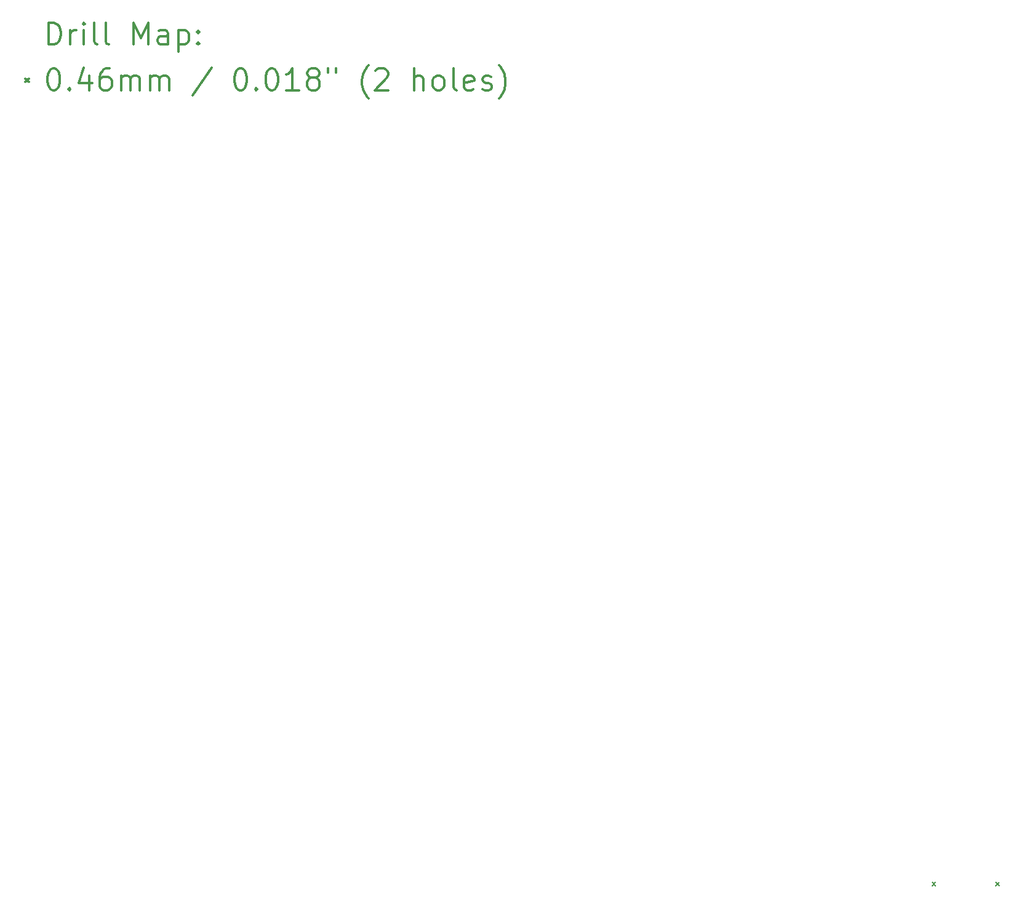
<source format=gbr>
%FSLAX45Y45*%
G04 Gerber Fmt 4.5, Leading zero omitted, Abs format (unit mm)*
G04 Created by KiCad (PCBNEW 4.0.5) date 02/15/17 17:22:43*
%MOMM*%
%LPD*%
G01*
G04 APERTURE LIST*
%ADD10C,0.127000*%
%ADD11C,0.200000*%
%ADD12C,0.300000*%
G04 APERTURE END LIST*
D10*
D11*
X12429500Y-11997000D02*
X12475500Y-12043000D01*
X12475500Y-11997000D02*
X12429500Y-12043000D01*
X13305500Y-11997000D02*
X13351500Y-12043000D01*
X13351500Y-11997000D02*
X13305500Y-12043000D01*
D12*
X271429Y-465714D02*
X271429Y-165714D01*
X342857Y-165714D01*
X385714Y-180000D01*
X414286Y-208571D01*
X428571Y-237143D01*
X442857Y-294286D01*
X442857Y-337143D01*
X428571Y-394286D01*
X414286Y-422857D01*
X385714Y-451429D01*
X342857Y-465714D01*
X271429Y-465714D01*
X571429Y-465714D02*
X571429Y-265714D01*
X571429Y-322857D02*
X585714Y-294286D01*
X600000Y-280000D01*
X628571Y-265714D01*
X657143Y-265714D01*
X757143Y-465714D02*
X757143Y-265714D01*
X757143Y-165714D02*
X742857Y-180000D01*
X757143Y-194286D01*
X771429Y-180000D01*
X757143Y-165714D01*
X757143Y-194286D01*
X942857Y-465714D02*
X914286Y-451429D01*
X900000Y-422857D01*
X900000Y-165714D01*
X1100000Y-465714D02*
X1071429Y-451429D01*
X1057143Y-422857D01*
X1057143Y-165714D01*
X1442857Y-465714D02*
X1442857Y-165714D01*
X1542857Y-380000D01*
X1642857Y-165714D01*
X1642857Y-465714D01*
X1914286Y-465714D02*
X1914286Y-308571D01*
X1900000Y-280000D01*
X1871429Y-265714D01*
X1814286Y-265714D01*
X1785714Y-280000D01*
X1914286Y-451429D02*
X1885714Y-465714D01*
X1814286Y-465714D01*
X1785714Y-451429D01*
X1771429Y-422857D01*
X1771429Y-394286D01*
X1785714Y-365714D01*
X1814286Y-351429D01*
X1885714Y-351429D01*
X1914286Y-337143D01*
X2057143Y-265714D02*
X2057143Y-565714D01*
X2057143Y-280000D02*
X2085714Y-265714D01*
X2142857Y-265714D01*
X2171429Y-280000D01*
X2185714Y-294286D01*
X2200000Y-322857D01*
X2200000Y-408571D01*
X2185714Y-437143D01*
X2171429Y-451429D01*
X2142857Y-465714D01*
X2085714Y-465714D01*
X2057143Y-451429D01*
X2328572Y-437143D02*
X2342857Y-451429D01*
X2328572Y-465714D01*
X2314286Y-451429D01*
X2328572Y-437143D01*
X2328572Y-465714D01*
X2328572Y-280000D02*
X2342857Y-294286D01*
X2328572Y-308571D01*
X2314286Y-294286D01*
X2328572Y-280000D01*
X2328572Y-308571D01*
X-46000Y-937000D02*
X0Y-983000D01*
X0Y-937000D02*
X-46000Y-983000D01*
X328571Y-795714D02*
X357143Y-795714D01*
X385714Y-810000D01*
X400000Y-824286D01*
X414286Y-852857D01*
X428571Y-910000D01*
X428571Y-981429D01*
X414286Y-1038571D01*
X400000Y-1067143D01*
X385714Y-1081429D01*
X357143Y-1095714D01*
X328571Y-1095714D01*
X300000Y-1081429D01*
X285714Y-1067143D01*
X271429Y-1038571D01*
X257143Y-981429D01*
X257143Y-910000D01*
X271429Y-852857D01*
X285714Y-824286D01*
X300000Y-810000D01*
X328571Y-795714D01*
X557143Y-1067143D02*
X571429Y-1081429D01*
X557143Y-1095714D01*
X542857Y-1081429D01*
X557143Y-1067143D01*
X557143Y-1095714D01*
X828571Y-895714D02*
X828571Y-1095714D01*
X757143Y-781429D02*
X685714Y-995714D01*
X871428Y-995714D01*
X1114286Y-795714D02*
X1057143Y-795714D01*
X1028571Y-810000D01*
X1014286Y-824286D01*
X985714Y-867143D01*
X971429Y-924286D01*
X971429Y-1038571D01*
X985714Y-1067143D01*
X1000000Y-1081429D01*
X1028571Y-1095714D01*
X1085714Y-1095714D01*
X1114286Y-1081429D01*
X1128571Y-1067143D01*
X1142857Y-1038571D01*
X1142857Y-967143D01*
X1128571Y-938571D01*
X1114286Y-924286D01*
X1085714Y-910000D01*
X1028571Y-910000D01*
X1000000Y-924286D01*
X985714Y-938571D01*
X971429Y-967143D01*
X1271429Y-1095714D02*
X1271429Y-895714D01*
X1271429Y-924286D02*
X1285714Y-910000D01*
X1314286Y-895714D01*
X1357143Y-895714D01*
X1385714Y-910000D01*
X1400000Y-938571D01*
X1400000Y-1095714D01*
X1400000Y-938571D02*
X1414286Y-910000D01*
X1442857Y-895714D01*
X1485714Y-895714D01*
X1514286Y-910000D01*
X1528571Y-938571D01*
X1528571Y-1095714D01*
X1671429Y-1095714D02*
X1671429Y-895714D01*
X1671429Y-924286D02*
X1685714Y-910000D01*
X1714286Y-895714D01*
X1757143Y-895714D01*
X1785714Y-910000D01*
X1800000Y-938571D01*
X1800000Y-1095714D01*
X1800000Y-938571D02*
X1814286Y-910000D01*
X1842857Y-895714D01*
X1885714Y-895714D01*
X1914286Y-910000D01*
X1928571Y-938571D01*
X1928571Y-1095714D01*
X2514286Y-781429D02*
X2257143Y-1167143D01*
X2900000Y-795714D02*
X2928571Y-795714D01*
X2957143Y-810000D01*
X2971428Y-824286D01*
X2985714Y-852857D01*
X3000000Y-910000D01*
X3000000Y-981429D01*
X2985714Y-1038571D01*
X2971428Y-1067143D01*
X2957143Y-1081429D01*
X2928571Y-1095714D01*
X2900000Y-1095714D01*
X2871428Y-1081429D01*
X2857143Y-1067143D01*
X2842857Y-1038571D01*
X2828571Y-981429D01*
X2828571Y-910000D01*
X2842857Y-852857D01*
X2857143Y-824286D01*
X2871428Y-810000D01*
X2900000Y-795714D01*
X3128571Y-1067143D02*
X3142857Y-1081429D01*
X3128571Y-1095714D01*
X3114286Y-1081429D01*
X3128571Y-1067143D01*
X3128571Y-1095714D01*
X3328571Y-795714D02*
X3357143Y-795714D01*
X3385714Y-810000D01*
X3400000Y-824286D01*
X3414286Y-852857D01*
X3428571Y-910000D01*
X3428571Y-981429D01*
X3414286Y-1038571D01*
X3400000Y-1067143D01*
X3385714Y-1081429D01*
X3357143Y-1095714D01*
X3328571Y-1095714D01*
X3300000Y-1081429D01*
X3285714Y-1067143D01*
X3271428Y-1038571D01*
X3257143Y-981429D01*
X3257143Y-910000D01*
X3271428Y-852857D01*
X3285714Y-824286D01*
X3300000Y-810000D01*
X3328571Y-795714D01*
X3714286Y-1095714D02*
X3542857Y-1095714D01*
X3628571Y-1095714D02*
X3628571Y-795714D01*
X3600000Y-838571D01*
X3571428Y-867143D01*
X3542857Y-881429D01*
X3885714Y-924286D02*
X3857143Y-910000D01*
X3842857Y-895714D01*
X3828571Y-867143D01*
X3828571Y-852857D01*
X3842857Y-824286D01*
X3857143Y-810000D01*
X3885714Y-795714D01*
X3942857Y-795714D01*
X3971428Y-810000D01*
X3985714Y-824286D01*
X4000000Y-852857D01*
X4000000Y-867143D01*
X3985714Y-895714D01*
X3971428Y-910000D01*
X3942857Y-924286D01*
X3885714Y-924286D01*
X3857143Y-938571D01*
X3842857Y-952857D01*
X3828571Y-981429D01*
X3828571Y-1038571D01*
X3842857Y-1067143D01*
X3857143Y-1081429D01*
X3885714Y-1095714D01*
X3942857Y-1095714D01*
X3971428Y-1081429D01*
X3985714Y-1067143D01*
X4000000Y-1038571D01*
X4000000Y-981429D01*
X3985714Y-952857D01*
X3971428Y-938571D01*
X3942857Y-924286D01*
X4114286Y-795714D02*
X4114286Y-852857D01*
X4228571Y-795714D02*
X4228571Y-852857D01*
X4671429Y-1210000D02*
X4657143Y-1195714D01*
X4628571Y-1152857D01*
X4614286Y-1124286D01*
X4600000Y-1081429D01*
X4585714Y-1010000D01*
X4585714Y-952857D01*
X4600000Y-881429D01*
X4614286Y-838571D01*
X4628571Y-810000D01*
X4657143Y-767143D01*
X4671429Y-752857D01*
X4771429Y-824286D02*
X4785714Y-810000D01*
X4814286Y-795714D01*
X4885714Y-795714D01*
X4914286Y-810000D01*
X4928571Y-824286D01*
X4942857Y-852857D01*
X4942857Y-881429D01*
X4928571Y-924286D01*
X4757143Y-1095714D01*
X4942857Y-1095714D01*
X5300000Y-1095714D02*
X5300000Y-795714D01*
X5428571Y-1095714D02*
X5428571Y-938571D01*
X5414286Y-910000D01*
X5385714Y-895714D01*
X5342857Y-895714D01*
X5314286Y-910000D01*
X5300000Y-924286D01*
X5614286Y-1095714D02*
X5585714Y-1081429D01*
X5571429Y-1067143D01*
X5557143Y-1038571D01*
X5557143Y-952857D01*
X5571429Y-924286D01*
X5585714Y-910000D01*
X5614286Y-895714D01*
X5657143Y-895714D01*
X5685714Y-910000D01*
X5700000Y-924286D01*
X5714286Y-952857D01*
X5714286Y-1038571D01*
X5700000Y-1067143D01*
X5685714Y-1081429D01*
X5657143Y-1095714D01*
X5614286Y-1095714D01*
X5885714Y-1095714D02*
X5857143Y-1081429D01*
X5842857Y-1052857D01*
X5842857Y-795714D01*
X6114286Y-1081429D02*
X6085714Y-1095714D01*
X6028571Y-1095714D01*
X6000000Y-1081429D01*
X5985714Y-1052857D01*
X5985714Y-938571D01*
X6000000Y-910000D01*
X6028571Y-895714D01*
X6085714Y-895714D01*
X6114286Y-910000D01*
X6128571Y-938571D01*
X6128571Y-967143D01*
X5985714Y-995714D01*
X6242857Y-1081429D02*
X6271429Y-1095714D01*
X6328571Y-1095714D01*
X6357143Y-1081429D01*
X6371429Y-1052857D01*
X6371429Y-1038571D01*
X6357143Y-1010000D01*
X6328571Y-995714D01*
X6285714Y-995714D01*
X6257143Y-981429D01*
X6242857Y-952857D01*
X6242857Y-938571D01*
X6257143Y-910000D01*
X6285714Y-895714D01*
X6328571Y-895714D01*
X6357143Y-910000D01*
X6471428Y-1210000D02*
X6485714Y-1195714D01*
X6514286Y-1152857D01*
X6528571Y-1124286D01*
X6542857Y-1081429D01*
X6557143Y-1010000D01*
X6557143Y-952857D01*
X6542857Y-881429D01*
X6528571Y-838571D01*
X6514286Y-810000D01*
X6485714Y-767143D01*
X6471428Y-752857D01*
M02*

</source>
